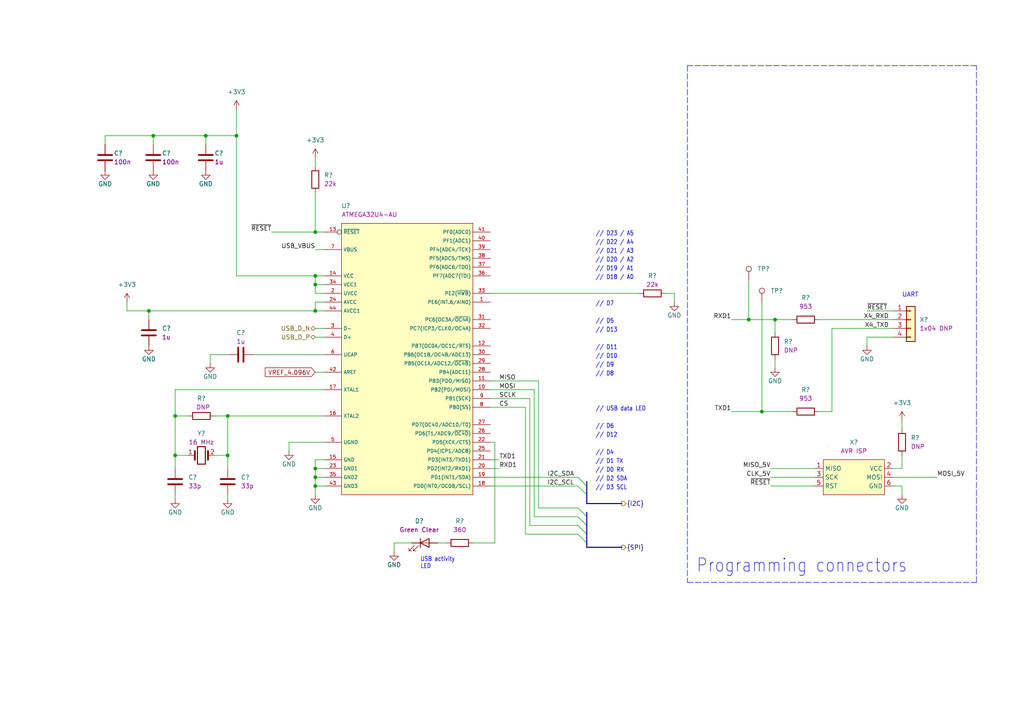
<source format=kicad_sch>
(kicad_sch (version 20211123) (generator eeschema)
  (paper "A4")
  (title_block (title "Gear Display Board") (date "2022-08-07") (rev "1.0") (company "Kallio Designs Oy") (comment 1 "Teemu Latonen") (comment 2 "ASSEMBLY_PN") (comment 3 "PCB_PN"))
  (lib_symbols
    (symbol "KD_Capacitor:C_0603_100n_X7R_50V" (pin_numbers hide) (pin_names hide)
      (property "Reference" "C" (at 2.54 1.27 0))
      (property "Code" "100n" (at 2.54 -1.27 0))
      (symbol "C_0603_100n_X7R_50V_0_1"
        (polyline (pts (xy -2.032 -0.762) (xy 2.032 -0.762)) (stroke (width 0.508)))
        (polyline (pts (xy -2.032 0.762) (xy 2.032 0.762)) (stroke (width 0.508)))
      )
      (symbol "C_0603_100n_X7R_50V_1_1"
        (pin passive line (at 0 3.81 270) (length 2.794) (name "~") (number "1"))
        (pin passive line (at 0 -3.81 90) (length 2.794) (name "~") (number "2"))
      )
    )
    (symbol "KD_Capacitor:C_0603_33p_NP0_5%_100V" (pin_numbers hide) (pin_names hide)
      (property "Reference" "C" (at 2.54 1.27 0))
      (property "Code" "33p" (at 2.54 -1.27 0))
      (symbol "C_0603_33p_NP0_5%_100V_0_1"
        (polyline (pts (xy -2.032 -0.762) (xy 2.032 -0.762)) (stroke (width 0.508)))
        (polyline (pts (xy -2.032 0.762) (xy 2.032 0.762)) (stroke (width 0.508)))
      )
      (symbol "C_0603_33p_NP0_5%_100V_1_1"
        (pin passive line (at 0 3.81 270) (length 2.794) (name "~") (number "1"))
        (pin passive line (at 0 -3.81 90) (length 2.794) (name "~") (number "2"))
      )
    )
    (symbol "KD_Capacitor:C_0805_1u_X7R_25V" (pin_numbers hide) (pin_names hide)
      (property "Reference" "C" (at 2.54 1.27 0))
      (property "Code" "1u" (at 2.54 -1.27 0))
      (symbol "C_0805_1u_X7R_25V_0_1"
        (polyline (pts (xy -2.032 -0.762) (xy 2.032 -0.762)) (stroke (width 0.508)))
        (polyline (pts (xy -2.032 0.762) (xy 2.032 0.762)) (stroke (width 0.508)))
      )
      (symbol "C_0805_1u_X7R_25V_1_1"
        (pin passive line (at 0 3.81 270) (length 2.794) (name "~") (number "1"))
        (pin passive line (at 0 -3.81 90) (length 2.794) (name "~") (number "2"))
      )
    )
    (symbol "KD_Connector_Pads:CON_1x04_TH_staggered" (pin_names hide)
      (property "Reference" "J" (at 5.08 2.54 0))
      (property "Code" "1x04 DNP" (at 5.08 4.572 0))
      (symbol "CON_1x04_TH_staggered_1_1"
        (rectangle (start 3.81 -7.493) (end 5.08 -7.747) (stroke (width 0.1524)))
        (rectangle (start 3.81 -4.953) (end 5.08 -5.207) (stroke (width 0.1524)))
        (rectangle (start 3.81 -2.413) (end 5.08 -2.667) (stroke (width 0.1524)))
        (rectangle (start 3.81 0.127) (end 5.08 -0.127) (stroke (width 0.1524)))
        (rectangle (start 3.81 1.27) (end 6.35 -8.89) (stroke (width 0.254)) (fill (type background)))
        (pin passive line (at 0 0 0) (length 3.81) (name "Pin_1") (number "1"))
        (pin passive line (at 0 -2.54 0) (length 3.81) (name "Pin_2") (number "2"))
        (pin passive line (at 0 -5.08 0) (length 3.81) (name "Pin_3") (number "3"))
        (pin passive line (at 0 -7.62 0) (length 3.81) (name "Pin_4") (number "4"))
      )
    )
    (symbol "KD_Connector_Pads:TestPoint_2.5mm_Round" (pin_numbers hide) (pin_names hide)
      (property "Reference" "TP" (at 0 5.08 0))
      (symbol "TestPoint_2.5mm_Round_0_1"
        (circle (center 0 3.302) (radius 0.762))
      )
      (symbol "TestPoint_2.5mm_Round_1_1"
        (pin passive line (at 0 0 90) (length 2.54) (name "1") (number "1"))
      )
    )
    (symbol "KD_Connector_Special:Programming_AVR_ISP_Staggered_Holes"
      (property "Reference" "J" (at 2.54 6.35 0))
      (property "Code" "AVR ISP" (at 2.54 3.81 0))
      (symbol "Programming_AVR_ISP_Staggered_Holes_0_1"
        (rectangle (start 2.54 2.54) (end 20.32 -7.62) (fill (type background)))
        (rectangle (start 3.81 6.35) (end 3.81 6.35))
      )
      (symbol "Programming_AVR_ISP_Staggered_Holes_1_0"
        (pin input line (at 0 0 0) (length 2.54) (name "MISO") (number "1"))
        (pin input line (at 22.86 0 180) (length 2.54) (name "VCC") (number "2"))
        (pin output line (at 0 -2.54 0) (length 2.54) (name "SCK") (number "3"))
        (pin output line (at 22.86 -2.54 180) (length 2.54) (name "MOSI") (number "4"))
        (pin output line (at 0 -5.08 0) (length 2.54) (name "RST") (number "5"))
        (pin input line (at 22.86 -5.08 180) (length 2.54) (name "GND") (number "6"))
      )
    )
    (symbol "KD_IC_MCU:ATmega32U4-AU"
      (property "Reference" "U" (at 22.86 7.62 0))
      (property "Code" "ATMEGA32U4-AU" (at 17.78 5.08 0))
      (symbol "ATmega32U4-AU_0_1"
        (rectangle (start 5.08 2.54) (end 43.18 -76.2) (fill (type background)))
      )
      (symbol "ATmega32U4-AU_1_1"
        (pin bidirectional line (at 48.26 -20.32 180) (length 5.08) (name "PE6(INT.6/AIN0)") (number "1"))
        (pin bidirectional line (at 48.26 -45.72 180) (length 5.08) (name "PB2(PDI/MOSI)") (number "10"))
        (pin bidirectional line (at 48.26 -43.18 180) (length 5.08) (name "PB3(PDO/MISO)") (number "11"))
        (pin bidirectional line (at 48.26 -33.02 180) (length 5.08) (name "PB7(OC0A/OC1C/RTS)") (number "12"))
        (pin input inverted (at 0 0 0) (length 5.08) (name "~{RESET}") (number "13"))
        (pin power_in line (at 0 -12.7 0) (length 5.08) (name "VCC") (number "14"))
        (pin power_in line (at 0 -66.04 0) (length 5.08) (name "GND") (number "15"))
        (pin bidirectional line (at 0 -53.34 0) (length 5.08) (name "XTAL2") (number "16"))
        (pin bidirectional line (at 0 -45.72 0) (length 5.08) (name "XTAL1") (number "17"))
        (pin bidirectional line (at 48.26 -73.66 180) (length 5.08) (name "PD0(INT0/OC0B/SCL)") (number "18"))
        (pin bidirectional line (at 48.26 -71.12 180) (length 5.08) (name "PD1(INT1/SDA)") (number "19"))
        (pin power_in line (at 0 -17.78 0) (length 5.08) (name "UVCC") (number "2"))
        (pin bidirectional line (at 48.26 -68.58 180) (length 5.08) (name "PD2(INT2/RXD1)") (number "20"))
        (pin bidirectional line (at 48.26 -66.04 180) (length 5.08) (name "PD3(INT3/TXD1)") (number "21"))
        (pin bidirectional line (at 48.26 -60.96 180) (length 5.08) (name "PD5(XCK/CTS)") (number "22"))
        (pin power_in line (at 0 -68.58 0) (length 5.08) (name "GND1") (number "23"))
        (pin power_in line (at 0 -20.32 0) (length 5.08) (name "AVCC") (number "24"))
        (pin bidirectional line (at 48.26 -63.5 180) (length 5.08) (name "PD4(ICP1/ADC8)") (number "25"))
        (pin bidirectional line (at 48.26 -58.42 180) (length 5.08) (name "PD6(T1/ADC9/~{OC4D})") (number "26"))
        (pin bidirectional line (at 48.26 -55.88 180) (length 5.08) (name "PD7(OC4D/ADC10/T0)") (number "27"))
        (pin bidirectional line (at 48.26 -40.64 180) (length 5.08) (name "PB4(ADC11)") (number "28"))
        (pin bidirectional line (at 48.26 -38.1 180) (length 5.08) (name "PB5(OC1A/ADC12/~{OC4B})") (number "29"))
        (pin bidirectional line (at 0 -27.94 0) (length 5.08) (name "D-") (number "3"))
        (pin bidirectional line (at 48.26 -35.56 180) (length 5.08) (name "PB6(OC1B/OC4B/ADC13)") (number "30"))
        (pin bidirectional line (at 48.26 -25.4 180) (length 5.08) (name "PC6(OC3A/~{OC4A})") (number "31"))
        (pin bidirectional line (at 48.26 -27.94 180) (length 5.08) (name "PC7(ICP3/CLK0/OC4A)") (number "32"))
        (pin bidirectional line (at 48.26 -17.78 180) (length 5.08) (name "PE2(~{HWB})") (number "33"))
        (pin power_in line (at 0 -15.24 0) (length 5.08) (name "VCC1") (number "34"))
        (pin power_in line (at 0 -71.12 0) (length 5.08) (name "GND2") (number "35"))
        (pin bidirectional line (at 48.26 -12.7 180) (length 5.08) (name "PF7(ADC7(TDI)") (number "36"))
        (pin bidirectional line (at 48.26 -10.16 180) (length 5.08) (name "PF6(ADC6/TDO)") (number "37"))
        (pin bidirectional line (at 48.26 -7.62 180) (length 5.08) (name "PF5(ADC5/TMS)") (number "38"))
        (pin bidirectional line (at 48.26 -5.08 180) (length 5.08) (name "PF4(ADC4/TCK)") (number "39"))
        (pin bidirectional line (at 0 -30.48 0) (length 5.08) (name "D+") (number "4"))
        (pin tri_state line (at 48.26 -2.54 180) (length 5.08) (name "PF1(ADC1)") (number "40"))
        (pin tri_state line (at 48.26 0 180) (length 5.08) (name "PF0(ADC0)") (number "41"))
        (pin input line (at 0 -40.64 0) (length 5.08) (name "AREF") (number "42"))
        (pin power_in line (at 0 -73.66 0) (length 5.08) (name "GND3") (number "43"))
        (pin power_in line (at 0 -22.86 0) (length 5.08) (name "AVCC1") (number "44"))
        (pin power_in line (at 0 -60.96 0) (length 5.08) (name "UGND") (number "5"))
        (pin bidirectional line (at 0 -35.56 0) (length 5.08) (name "UCAP") (number "6"))
        (pin input line (at 0 -5.08 0) (length 5.08) (name "VBUS") (number "7"))
        (pin bidirectional line (at 48.26 -50.8 180) (length 5.08) (name "PB0(SS)") (number "8"))
        (pin bidirectional line (at 48.26 -48.26 180) (length 5.08) (name "PB1(SCK)") (number "9"))
      )
    )
    (symbol "KD_Led:0603_Green_Clear_LTST-C190KGKT" (pin_numbers hide) (pin_names hide)
      (property "Reference" "D" (at 0 2.54 0))
      (property "Code" "Green Clear" (at 0 -3.81 0))
      (symbol "0603_Green_Clear_LTST-C190KGKT_0_1"
        (polyline (pts (xy -1.27 -1.27) (xy -1.27 1.27)) (stroke (width 0.254)))
        (polyline (pts (xy -1.27 0) (xy 1.27 0)))
        (polyline (pts (xy 1.27 -1.27) (xy 1.27 1.27) (xy -1.27 0) (xy 1.27 -1.27)) (stroke (width 0.254)))
        (polyline (pts (xy -3.048 -0.762) (xy -4.572 -2.286) (xy -3.81 -2.286) (xy -4.572 -2.286) (xy -4.572 -1.524)))
        (polyline (pts (xy -1.778 -0.762) (xy -3.302 -2.286) (xy -2.54 -2.286) (xy -3.302 -2.286) (xy -3.302 -1.524)))
      )
      (symbol "0603_Green_Clear_LTST-C190KGKT_1_1"
        (pin passive line (at -3.81 0 0) (length 2.54) (name "K") (number "1"))
        (pin passive line (at 3.81 0 180) (length 2.54) (name "A") (number "2"))
      )
    )
    (symbol "KD_Oscillator:Crystal_16M_AS-16.000-18-SMD-TR" (pin_names hide)
      (property "Reference" "Y" (at -3.81 6.35 0))
      (property "Code" "16 MHz" (at -3.81 3.81 0))
      (symbol "Crystal_16M_AS-16.000-18-SMD-TR_0_1"
        (rectangle (start -1.143 2.54) (end 1.143 -2.54) (stroke (width 0.3048)))
        (polyline (pts (xy -2.54 0) (xy -1.905 0)))
        (polyline (pts (xy -1.905 -1.27) (xy -1.905 1.27)) (stroke (width 0.508)))
        (polyline (pts (xy 1.905 -1.27) (xy 1.905 1.27)) (stroke (width 0.508)))
        (polyline (pts (xy 2.54 0) (xy 1.905 0)))
      )
      (symbol "Crystal_16M_AS-16.000-18-SMD-TR_1_1"
        (pin passive line (at -3.81 0 0) (length 1.27) (name "1") (number "1"))
        (pin passive line (at 3.81 0 180) (length 1.27) (name "2") (number "2"))
      )
    )
    (symbol "KD_Resistor:R_0402_DNP" (pin_numbers hide) (pin_names hide)
      (property "Reference" "R" (at 1.905 1.27 0))
      (property "Code" "DNP" (at 1.905 -1.27 0))
      (symbol "R_0402_DNP_0_1"
        (rectangle (start -1.016 -2.54) (end 1.016 2.54) (stroke (width 0.254)))
      )
      (symbol "R_0402_DNP_1_1"
        (pin passive line (at 0 3.81 270) (length 1.27) (name "~") (number "1"))
        (pin passive line (at 0 -3.81 90) (length 1.27) (name "~") (number "2"))
      )
    )
    (symbol "KD_Resistor:R_0603_22k_1%" (pin_numbers hide) (pin_names hide)
      (property "Reference" "R" (at 1.905 1.27 0))
      (property "Code" "22k" (at 1.905 -1.27 0))
      (symbol "R_0603_22k_1%_0_1"
        (rectangle (start -1.016 -2.54) (end 1.016 2.54) (stroke (width 0.254)))
      )
      (symbol "R_0603_22k_1%_1_1"
        (pin passive line (at 0 3.81 270) (length 1.27) (name "~") (number "1"))
        (pin passive line (at 0 -3.81 90) (length 1.27) (name "~") (number "2"))
      )
    )
    (symbol "KD_Resistor:R_0603_360_1%" (pin_numbers hide) (pin_names hide)
      (property "Reference" "R" (at 1.905 1.27 0))
      (property "Code" "360" (at 1.905 -1.27 0))
      (symbol "R_0603_360_1%_0_1"
        (rectangle (start -1.016 -2.54) (end 1.016 2.54) (stroke (width 0.254)))
      )
      (symbol "R_0603_360_1%_1_1"
        (pin passive line (at 0 3.81 270) (length 1.27) (name "~") (number "1"))
        (pin passive line (at 0 -3.81 90) (length 1.27) (name "~") (number "2"))
      )
    )
    (symbol "KD_Resistor:R_0603_953_1%" (pin_numbers hide) (pin_names hide)
      (property "Reference" "R" (at 1.905 1.27 0))
      (property "Code" "953" (at 1.905 -1.27 0))
      (symbol "R_0603_953_1%_0_1"
        (rectangle (start -1.016 -2.54) (end 1.016 2.54) (stroke (width 0.254)))
      )
      (symbol "R_0603_953_1%_1_1"
        (pin passive line (at 0 3.81 270) (length 1.27) (name "~") (number "1"))
        (pin passive line (at 0 -3.81 90) (length 1.27) (name "~") (number "2"))
      )
    )
    (symbol "KD_Resistor:R_0603_DNP" (pin_numbers hide) (pin_names hide)
      (property "Reference" "R" (at 1.905 1.27 0))
      (property "Code" "DNP" (at 1.905 -1.27 0))
      (symbol "R_0603_DNP_0_1"
        (rectangle (start -1.016 -2.54) (end 1.016 2.54) (stroke (width 0.254)))
      )
      (symbol "R_0603_DNP_1_1"
        (pin passive line (at 0 3.81 270) (length 1.27) (name "~") (number "1"))
        (pin passive line (at 0 -3.81 90) (length 1.27) (name "~") (number "2"))
      )
    )
    (symbol "KD_Resistor:R_0805_DNP" (pin_numbers hide) (pin_names hide)
      (property "Reference" "R" (at 1.905 1.27 0))
      (property "Code" "DNP" (at 1.905 -1.27 0))
      (symbol "R_0805_DNP_0_1"
        (rectangle (start -1.016 -2.54) (end 1.016 2.54) (stroke (width 0.254)))
      )
      (symbol "R_0805_DNP_1_1"
        (pin passive line (at 0 3.81 270) (length 1.27) (name "~") (number "1"))
        (pin passive line (at 0 -3.81 90) (length 1.27) (name "~") (number "2"))
      )
    )
    (symbol "power:+3.3V" (power) (pin_names (offset 0))
      (property "Value" "+3.3V" (at 0 3.556 0))
      (symbol "+3.3V_0_1"
        (polyline (pts (xy -0.762 1.27) (xy 0 2.54)))
        (polyline (pts (xy 0 0) (xy 0 2.54)))
        (polyline (pts (xy 0 2.54) (xy 0.762 1.27)))
      )
      (symbol "+3.3V_1_1"
        (pin power_in line (at 0 0 90) (length 0) hide (name "+3V3") (number "1"))
      )
    )
    (symbol "power:GND" (power) (pin_names (offset 0))
      (property "Value" "GND" (at 0 -3.81 0))
      (symbol "GND_0_1"
        (polyline (pts (xy 0 0) (xy 0 -1.27) (xy 1.27 -1.27) (xy 0 -2.54) (xy -1.27 -1.27) (xy 0 -1.27)))
      )
      (symbol "GND_1_1"
        (pin power_in line (at 0 0 270) (length 0) hide (name "GND") (number "1"))
      )
    )
  )
  (junction (at 91.44 135.89))
  (junction (at 91.44 90.17))
  (junction (at 66.04 120.65))
  (junction (at 91.44 80.01))
  (junction (at 224.79 92.71))
  (junction (at 91.44 82.55))
  (junction (at 50.8 120.65))
  (junction (at 91.44 140.97))
  (junction (at 91.44 138.43))
  (junction (at 44.45 39.37))
  (junction (at 91.44 67.31))
  (junction (at 68.58 39.37))
  (junction (at 43.18 90.17))
  (junction (at 220.98 119.38))
  (junction (at 50.8 132.08))
  (junction (at 217.17 92.71))
  (junction (at 59.69 39.37))
  (junction (at 66.04 132.08))
  (bus_entry (at 167.64 152.4) (size 2.54 2.54))
  (bus_entry (at 167.64 154.94) (size 2.54 2.54))
  (bus_entry (at 167.64 149.86) (size 2.54 2.54))
  (bus_entry (at 167.64 147.32) (size 2.54 2.54))
  (bus_entry (at 167.64 140.97) (size 2.54 2.54))
  (bus_entry (at 167.64 138.43) (size 2.54 2.54))
  (wire (pts (xy 220.98 119.38) (xy 212.09 119.38)))
  (polyline (pts (xy 283.21 168.91) (xy 283.21 19.05)))
  (bus (pts (xy 170.18 152.4) (xy 170.18 154.94)))
  (bus (pts (xy 170.18 154.94) (xy 170.18 157.48)))
  (wire (pts (xy 93.98 128.27) (xy 83.82 128.27)))
  (wire (pts (xy 220.98 87.63) (xy 220.98 119.38)))
  (bus (pts (xy 170.18 157.48) (xy 170.18 158.75)))
  (wire (pts (xy 91.44 82.55) (xy 91.44 80.01)))
  (wire (pts (xy 261.62 140.97) (xy 261.62 143.51)))
  (wire (pts (xy 91.44 85.09) (xy 91.44 82.55)))
  (wire (pts (xy 50.8 132.08) (xy 50.8 135.89)))
  (wire (pts (xy 93.98 133.35) (xy 91.44 133.35)))
  (bus (pts (xy 170.18 143.51) (xy 170.18 146.05)))
  (wire (pts (xy 142.24 115.57) (xy 153.67 115.57)))
  (wire (pts (xy 44.45 39.37) (xy 59.69 39.37)))
  (wire (pts (xy 142.24 118.11) (xy 152.4 118.11)))
  (wire (pts (xy 142.24 110.49) (xy 156.21 110.49)))
  (wire (pts (xy 154.94 149.86) (xy 167.64 149.86)))
  (wire (pts (xy 50.8 132.08) (xy 54.61 132.08)))
  (wire (pts (xy 142.24 138.43) (xy 167.64 138.43)))
  (bus (pts (xy 170.18 146.05) (xy 180.34 146.05)))
  (wire (pts (xy 220.98 119.38) (xy 229.87 119.38)))
  (wire (pts (xy 236.22 140.97) (xy 223.52 140.97)))
  (wire (pts (xy 261.62 121.92) (xy 261.62 124.46)))
  (wire (pts (xy 93.98 135.89) (xy 91.44 135.89)))
  (wire (pts (xy 91.44 67.31) (xy 91.44 55.88)))
  (polyline (pts (xy 199.39 168.91) (xy 283.21 168.91)))
  (wire (pts (xy 224.79 92.71) (xy 224.79 96.52)))
  (wire (pts (xy 223.52 138.43) (xy 236.22 138.43)))
  (wire (pts (xy 142.24 128.27) (xy 143.51 128.27)))
  (wire (pts (xy 50.8 143.51) (xy 50.8 144.78)))
  (wire (pts (xy 152.4 118.11) (xy 152.4 154.94)))
  (wire (pts (xy 193.04 85.09) (xy 195.58 85.09)))
  (wire (pts (xy 44.45 41.91) (xy 44.45 39.37)))
  (wire (pts (xy 91.44 87.63) (xy 91.44 90.17)))
  (wire (pts (xy 119.38 157.48) (xy 114.3 157.48)))
  (wire (pts (xy 241.3 119.38) (xy 241.3 95.25)))
  (wire (pts (xy 73.66 102.87) (xy 93.98 102.87)))
  (wire (pts (xy 68.58 39.37) (xy 68.58 31.75)))
  (wire (pts (xy 241.3 95.25) (xy 259.08 95.25)))
  (wire (pts (xy 224.79 104.14) (xy 224.79 106.68)))
  (wire (pts (xy 114.3 157.48) (xy 114.3 160.02)))
  (wire (pts (xy 43.18 90.17) (xy 43.18 92.71)))
  (wire (pts (xy 66.04 143.51) (xy 66.04 144.78)))
  (wire (pts (xy 153.67 152.4) (xy 153.67 115.57)))
  (wire (pts (xy 91.44 138.43) (xy 91.44 140.97)))
  (wire (pts (xy 62.23 132.08) (xy 66.04 132.08)))
  (wire (pts (xy 93.98 113.03) (xy 50.8 113.03)))
  (wire (pts (xy 66.04 120.65) (xy 93.98 120.65)))
  (wire (pts (xy 91.44 133.35) (xy 91.44 135.89)))
  (wire (pts (xy 251.46 97.79) (xy 251.46 100.33)))
  (wire (pts (xy 93.98 140.97) (xy 91.44 140.97)))
  (polyline (pts (xy 283.21 19.05) (xy 199.39 19.05)))
  (wire (pts (xy 59.69 39.37) (xy 68.58 39.37)))
  (wire (pts (xy 93.98 87.63) (xy 91.44 87.63)))
  (wire (pts (xy 91.44 135.89) (xy 91.44 138.43)))
  (wire (pts (xy 30.48 39.37) (xy 30.48 41.91)))
  (wire (pts (xy 212.09 92.71) (xy 217.17 92.71)))
  (wire (pts (xy 143.51 128.27) (xy 143.51 157.48)))
  (bus (pts (xy 170.18 158.75) (xy 180.34 158.75)))
  (wire (pts (xy 36.83 90.17) (xy 43.18 90.17)))
  (wire (pts (xy 223.52 135.89) (xy 236.22 135.89)))
  (wire (pts (xy 91.44 45.72) (xy 91.44 48.26)))
  (wire (pts (xy 78.74 67.31) (xy 91.44 67.31)))
  (wire (pts (xy 44.45 39.37) (xy 30.48 39.37)))
  (wire (pts (xy 237.49 92.71) (xy 259.08 92.71)))
  (wire (pts (xy 91.44 140.97) (xy 91.44 143.51)))
  (wire (pts (xy 127 157.48) (xy 129.54 157.48)))
  (wire (pts (xy 68.58 39.37) (xy 68.58 80.01)))
  (wire (pts (xy 93.98 85.09) (xy 91.44 85.09)))
  (wire (pts (xy 60.96 102.87) (xy 60.96 105.41)))
  (wire (pts (xy 93.98 82.55) (xy 91.44 82.55)))
  (wire (pts (xy 60.96 102.87) (xy 66.04 102.87)))
  (wire (pts (xy 93.98 72.39) (xy 91.44 72.39)))
  (wire (pts (xy 167.64 152.4) (xy 153.67 152.4)))
  (wire (pts (xy 66.04 120.65) (xy 62.23 120.65)))
  (bus (pts (xy 170.18 140.97) (xy 170.18 143.51)))
  (wire (pts (xy 50.8 113.03) (xy 50.8 120.65)))
  (wire (pts (xy 217.17 92.71) (xy 224.79 92.71)))
  (wire (pts (xy 156.21 147.32) (xy 156.21 110.49)))
  (wire (pts (xy 142.24 135.89) (xy 144.78 135.89)))
  (wire (pts (xy 259.08 97.79) (xy 251.46 97.79)))
  (wire (pts (xy 93.98 95.25) (xy 91.44 95.25)))
  (wire (pts (xy 154.94 113.03) (xy 154.94 149.86)))
  (wire (pts (xy 68.58 80.01) (xy 91.44 80.01)))
  (wire (pts (xy 83.82 128.27) (xy 83.82 130.81)))
  (wire (pts (xy 43.18 90.17) (xy 91.44 90.17)))
  (wire (pts (xy 261.62 135.89) (xy 261.62 132.08)))
  (wire (pts (xy 259.08 138.43) (xy 271.78 138.43)))
  (wire (pts (xy 93.98 138.43) (xy 91.44 138.43)))
  (bus (pts (xy 170.18 139.7) (xy 170.18 140.97)))
  (wire (pts (xy 195.58 85.09) (xy 195.58 87.63)))
  (wire (pts (xy 36.83 90.17) (xy 36.83 87.63)))
  (wire (pts (xy 50.8 120.65) (xy 50.8 132.08)))
  (wire (pts (xy 152.4 154.94) (xy 167.64 154.94)))
  (wire (pts (xy 66.04 132.08) (xy 66.04 135.89)))
  (wire (pts (xy 93.98 67.31) (xy 91.44 67.31)))
  (wire (pts (xy 259.08 90.17) (xy 251.46 90.17)))
  (bus (pts (xy 170.18 148.59) (xy 170.18 149.86)))
  (wire (pts (xy 59.69 41.91) (xy 59.69 39.37)))
  (wire (pts (xy 137.16 157.48) (xy 143.51 157.48)))
  (wire (pts (xy 142.24 113.03) (xy 154.94 113.03)))
  (wire (pts (xy 54.61 120.65) (xy 50.8 120.65)))
  (polyline (pts (xy 199.39 19.05) (xy 199.39 168.91)))
  (wire (pts (xy 142.24 133.35) (xy 144.78 133.35)))
  (wire (pts (xy 259.08 140.97) (xy 261.62 140.97)))
  (wire (pts (xy 93.98 107.95) (xy 91.44 107.95)))
  (wire (pts (xy 93.98 97.79) (xy 91.44 97.79)))
  (bus (pts (xy 170.18 149.86) (xy 170.18 152.4)))
  (wire (pts (xy 259.08 135.89) (xy 261.62 135.89)))
  (wire (pts (xy 66.04 120.65) (xy 66.04 132.08)))
  (wire (pts (xy 93.98 80.01) (xy 91.44 80.01)))
  (wire (pts (xy 142.24 140.97) (xy 167.64 140.97)))
  (wire (pts (xy 167.64 147.32) (xy 156.21 147.32)))
  (wire (pts (xy 185.42 85.09) (xy 142.24 85.09)))
  (wire (pts (xy 91.44 90.17) (xy 93.98 90.17)))
  (wire (pts (xy 237.49 119.38) (xy 241.3 119.38)))
  (wire (pts (xy 217.17 81.28) (xy 217.17 92.71)))
  (wire (pts (xy 224.79 92.71) (xy 229.87 92.71)))
  (text "// D23 / A5" (at 172.72 68.58 180) (effects (font (size 1.27 1.0795)) (justify left bottom)))
  (text "// D12" (at 172.72 127 180) (effects (font (size 1.27 1.0795)) (justify left bottom)))
  (text "// D6" (at 172.72 124.46 180) (effects (font (size 1.27 1.0795)) (justify left bottom)))
  (text "// D13" (at 172.72 96.52 180) (effects (font (size 1.27 1.0795)) (justify left bottom)))
  (text "Programming connectors" (at 201.93 166.37 180) (effects (font (size 3.81 3.2385)) (justify left bottom)))
  (text "// D22 / A4" (at 172.72 71.12 180) (effects (font (size 1.27 1.0795)) (justify left bottom)))
  (text "// D4" (at 172.72 132.08 180) (effects (font (size 1.27 1.0795)) (justify left bottom)))
  (text "// USB data LED" (at 172.72 119.38 180) (effects (font (size 1.27 1.0795)) (justify left bottom)))
  (text "// D3 SCL" (at 172.72 142.24 180) (effects (font (size 1.27 1.0795)) (justify left bottom)))
  (text "// D10" (at 172.72 104.14 180) (effects (font (size 1.27 1.0795)) (justify left bottom)))
  (text "// D19 / A1" (at 172.72 78.74 180) (effects (font (size 1.27 1.0795)) (justify left bottom)))
  (text "// D2 SDA" (at 172.72 139.7 180) (effects (font (size 1.27 1.0795)) (justify left bottom)))
  (text "// D11" (at 172.72 101.6 180) (effects (font (size 1.27 1.0795)) (justify left bottom)))
  (text "USB activity\nLED" (at 121.92 165.1 0) (effects (font (size 1.27 1.0795)) (justify left bottom)))
  (text "// D0 RX" (at 172.72 137.16 180) (effects (font (size 1.27 1.0795)) (justify left bottom)))
  (text "// D18 / A0" (at 172.72 81.28 180) (effects (font (size 1.27 1.0795)) (justify left bottom)))
  (text "// D7" (at 172.72 88.9 180) (effects (font (size 1.27 1.0795)) (justify left bottom)))
  (text "// D21 / A3" (at 172.72 73.66 180) (effects (font (size 1.27 1.0795)) (justify left bottom)))
  (text "// D5" (at 172.72 93.98 180) (effects (font (size 1.27 1.0795)) (justify left bottom)))
  (text "UART" (at 261.62 86.36 0) (effects (font (size 1.27 1.27)) (justify left bottom)))
  (text "// D9" (at 172.72 106.68 180) (effects (font (size 1.27 1.0795)) (justify left bottom)))
  (text "// D8" (at 172.72 109.22 180) (effects (font (size 1.27 1.0795)) (justify left bottom)))
  (text "// D1 TX" (at 172.72 134.62 180) (effects (font (size 1.27 1.0795)) (justify left bottom)))
  (text "// D20 / A2" (at 172.72 76.2 180) (effects (font (size 1.27 1.0795)) (justify left bottom)))
  (label "X4_RXD" (at 257.81 92.71 180))
  (label "I2C_SCL" (at 158.75 140.97 0))
  (label "MOSI_5V" (at 271.78 138.43 0))
  (label "CS" (at 144.78 118.11 0))
  (label "RXD1" (at 144.78 135.89 0))
  (label "MISO_5V" (at 223.52 135.89 180))
  (label "MISO" (at 144.78 110.49 0))
  (label "SCLK" (at 144.78 115.57 0))
  (label "~{RESET}" (at 251.46 90.17 0))
  (label "RXD1" (at 212.09 92.71 180))
  (label "I2C_SDA" (at 158.75 138.43 0))
  (label "TXD1" (at 212.09 119.38 180))
  (label "~{RESET}" (at 223.52 140.97 180))
  (label "USB_VBUS" (at 91.44 72.39 180))
  (label "~{RESET}" (at 78.74 67.31 180))
  (label "TXD1" (at 144.78 133.35 0))
  (label "CLK_5V" (at 223.52 138.43 180))
  (label "X4_TXD" (at 257.81 95.25 180))
  (label "MOSI" (at 144.78 113.03 0))
  (global_label "VREF_4.096V" (shape input) (at 91.44 107.95 180) (property "Intersheet References" "${INTERSHEET_REFS}" (effects hide)))
  (hierarchical_label "USB_D_N" (shape bidirectional) (at 91.44 95.25 180))
  (hierarchical_label "USB_D_P" (shape bidirectional) (at 91.44 97.79 180))
  (hierarchical_label "{SPI}" (shape output) (at 180.34 158.75 0))
  (hierarchical_label "{I2C}" (shape output) (at 180.34 146.05 0))
  (symbol (lib_id "KD_Capacitor:C_0603_33p_NP0_5%_100V") (at 66.04 139.7 0) (unit 1)
    (property "Reference" "C?" (at 69.85 138.4299 0) (effects (justify left)))
    (property "Value" "C_0603_33p_NP0_5%_100V" (effects hide))
    (property "Footprint" "KD_Capacitor:C_0603_1608Metric" (effects hide))
    (property "Datasheet" "http://www.passivecomponent.com/wp-content/uploads/datasheet/WTC_MLCC_General_Purpose.pdf" (effects hide))
    (property "Code" "33p" (at 69.85 140.9699 0) (effects (justify left)))
    (property "Manufacturer" "KEMET" (effects hide))
    (property "MFG_PartNo" "C0603C330J1GAC7867" (effects hide))
    (property "Supplier" "Digi-Key" (effects hide))
    (property "Supplier_PartNo" "399-C0603C330J1GAC7867CT-ND" (effects hide))
    (property "DNP" "F" (effects hide))
    (property "Price" "0.05" (effects hide))
  )
  (symbol (lib_id "KD_Resistor:R_0603_DNP") (at 224.79 100.33 180) (unit 1)
    (property "Reference" "R?" (at 227.33 99.0599 0) (effects (justify right)))
    (property "Value" "R_0603_DNP" (effects hide))
    (property "Footprint" "KD_Resistor:R_0603_1608Metric_DNP" (effects hide))
    (property "Code" "DNP" (at 227.33 101.5999 0) (effects (justify right)))
    (property "Manufacturer" "DNP" (effects hide))
    (property "MFG_PartNo" "DNP" (effects hide))
    (property "Supplier" "DNP" (effects hide))
    (property "Supplier_PartNo" "DNP" (effects hide))
    (property "DNP" "T" (effects hide))
    (property "Price" "0.00" (effects hide))
  )
  (symbol (lib_id "power:GND") (at 261.62 143.51 0) (unit 1)
    (property "Reference" "#PWR?" (effects hide))
    (property "Value" "GND" (at 261.62 147.32 0))
  )
  (symbol (lib_id "KD_Connector_Pads:TestPoint_2.5mm_Round") (at 217.17 81.28 0) (unit 1)
    (property "Reference" "TP?" (at 219.71 77.9779 0) (effects (justify left)))
    (property "Value" "TestPoint_2.5mm_Round" (effects hide))
    (property "Footprint" "KD_Connector_Pads:TestPoint_Pad_D2.5mm" (effects hide))
    (property "Datasheet" "DNP" (effects hide))
    (property "Code" "DNP" (effects hide))
    (property "Manufacturer" "DNP" (effects hide))
    (property "MFG_PartNo" "DNP" (effects hide))
    (property "Supplier" "DNP" (effects hide))
    (property "Supplier_PartNo" "DNP" (effects hide))
    (property "DNP" "T" (effects hide))
    (property "Price" "0.00" (effects hide))
  )
  (symbol (lib_id "KD_Resistor:R_0805_DNP") (at 58.42 120.65 90) (unit 1)
    (property "Reference" "R?" (at 58.42 115.57 90))
    (property "Value" "R_0805_DNP" (effects hide))
    (property "Footprint" "KD_Resistor:R_0805_2012Metric_DNP" (effects hide))
    (property "Code" "DNP" (at 60.96 118.11 90) (effects (justify left)))
    (property "Manufacturer" "DNP" (effects hide))
    (property "MFG_PartNo" "DNP" (effects hide))
    (property "Supplier" "DNP" (effects hide))
    (property "Supplier_PartNo" "DNP" (effects hide))
    (property "DNP" "T" (effects hide))
    (property "Price" "0.00" (effects hide))
  )
  (symbol (lib_id "power:+3.3V") (at 91.44 45.72 0) (unit 1)
    (property "Reference" "#PWR?" (effects hide))
    (property "Value" "+3.3V" (at 91.44 40.64 0))
  )
  (symbol (lib_id "power:GND") (at 60.96 105.41 0) (unit 1)
    (property "Reference" "#PWR?" (effects hide))
    (property "Value" "GND" (at 60.96 109.22 0))
  )
  (symbol (lib_id "power:GND") (at 66.04 144.78 0) (unit 1)
    (property "Reference" "#PWR?" (effects hide))
    (property "Value" "GND" (at 66.04 148.59 0))
  )
  (symbol (lib_id "KD_Capacitor:C_0805_1u_X7R_25V") (at 59.69 45.72 0) (unit 1)
    (property "Reference" "C?" (at 62.23 44.45 0) (effects (justify left)))
    (property "Value" "C_0805_1u_X7R_25V" (effects hide))
    (property "Footprint" "KD_Capacitor:C_0805_2012Metric" (effects hide))
    (property "Datasheet" "https://api.kemet.com/component-edge/download/datasheet/CBR08C279B5GAC.pdf" (effects hide))
    (property "Code" "1u" (at 62.23 46.99 0) (effects (justify left)))
    (property "Manufacturer" "Kemet" (effects hide))
    (property "MFG_PartNo" "CL21B105KAFNNNE" (effects hide))
    (property "Supplier" "Digi-Key" (effects hide))
    (property "Supplier_PartNo" "1276-1066-1-ND" (effects hide))
    (property "DNP" "F" (effects hide))
    (property "Price" "0.03" (effects hide))
  )
  (symbol (lib_id "power:GND") (at 251.46 100.33 0) (unit 1)
    (property "Reference" "#PWR?" (effects hide))
    (property "Value" "GND" (at 251.46 104.14 0))
  )
  (symbol (lib_id "KD_Resistor:R_0603_953_1%") (at 233.68 119.38 90) (unit 1)
    (property "Reference" "R?" (at 233.68 113.03 90))
    (property "Value" "R_0603_953_1%" (effects hide))
    (property "Footprint" "KD_Resistor:R_0603_1608Metric" (effects hide))
    (property "Datasheet" "https://www.seielect.com/catalog/sei-rmcf_rmcp.pdf" (effects hide))
    (property "Code" "953" (at 233.68 115.57 90))
    (property "Manufacturer" "Stackpole Electronics Inc" (effects hide))
    (property "MFG_PartNo" "RMCF0603FT953R" (effects hide))
    (property "Supplier" "Digi-Key" (effects hide))
    (property "Supplier_PartNo" "RMCF0603FT953RCT-ND" (effects hide))
    (property "DNP" "F" (effects hide))
    (property "Price" "0.01" (effects hide))
  )
  (symbol (lib_id "power:GND") (at 30.48 49.53 0) (mirror y) (unit 1)
    (property "Reference" "#PWR?" (effects hide))
    (property "Value" "GND" (at 30.48 53.34 0))
  )
  (symbol (lib_id "KD_Oscillator:Crystal_16M_AS-16.000-18-SMD-TR") (at 58.42 132.08 0) (unit 1)
    (property "Reference" "Y?" (at 58.42 125.73 0))
    (property "Value" "Crystal_16M_AS-16.000-18-SMD-TR" (effects hide))
    (property "Footprint" "KD_Oscillator:OSC_CRYSTAL_HC49_US_N" (effects hide))
    (property "Datasheet" "https://www.raltron.com/webproducts/specs/CRYSTAL/AS-16.000-18-SMD-TR.pdf" (effects hide))
    (property "Code" "16 MHz" (at 58.42 128.27 0))
    (property "Manufacturer" "Raltron Electronics" (effects hide))
    (property "MFG_PartNo" "AS-16.000-18-SMD-TR" (effects hide))
    (property "Supplier" "Digi-Key" (effects hide))
    (property "Supplier_PartNo" "2151-AS-16.000-18-SMD-TRCT-ND" (effects hide))
    (property "DNP" "F" (effects hide))
    (property "Price" "0.00" (effects hide))
  )
  (symbol (lib_id "KD_Capacitor:C_0603_33p_NP0_5%_100V") (at 50.8 139.7 0) (unit 1)
    (property "Reference" "C?" (at 54.61 138.4299 0) (effects (justify left)))
    (property "Value" "C_0603_33p_NP0_5%_100V" (effects hide))
    (property "Footprint" "KD_Capacitor:C_0603_1608Metric" (effects hide))
    (property "Datasheet" "http://www.passivecomponent.com/wp-content/uploads/datasheet/WTC_MLCC_General_Purpose.pdf" (effects hide))
    (property "Code" "33p" (at 54.61 140.9699 0) (effects (justify left)))
    (property "Manufacturer" "KEMET" (effects hide))
    (property "MFG_PartNo" "C0603C330J1GAC7867" (effects hide))
    (property "Supplier" "Digi-Key" (effects hide))
    (property "Supplier_PartNo" "399-C0603C330J1GAC7867CT-ND" (effects hide))
    (property "DNP" "F" (effects hide))
    (property "Price" "0.05" (effects hide))
  )
  (symbol (lib_id "power:GND") (at 83.82 130.81 0) (unit 1)
    (property "Reference" "#PWR?" (effects hide))
    (property "Value" "GND" (at 83.82 134.62 0))
  )
  (symbol (lib_id "power:GND") (at 224.79 106.68 0) (unit 1)
    (property "Reference" "#PWR?" (effects hide))
    (property "Value" "GND" (at 224.79 110.49 0))
  )
  (symbol (lib_id "power:GND") (at 91.44 143.51 0) (unit 1)
    (property "Reference" "#PWR?" (effects hide))
    (property "Value" "GND" (at 91.44 147.32 0))
  )
  (symbol (lib_id "KD_Connector_Special:Programming_AVR_ISP_Staggered_Holes") (at 236.22 135.89 0) (unit 1)
    (property "Reference" "X?" (at 247.65 128.27 0))
    (property "Value" "Programming_AVR_ISP_Staggered_Holes" (effects hide))
    (property "Footprint" "KD_Connector_Pads:CON_PINHD_1X06_TH_OFFSET" (effects hide))
    (property "Datasheet" "datasheet" (effects hide))
    (property "Code" "AVR ISP" (at 247.65 130.81 0))
    (property "Manufacturer" "DNP" (effects hide))
    (property "MFG_PartNo" "DNP" (effects hide))
    (property "Supplier" "DNP" (effects hide))
    (property "Supplier_PartNo" "DNP" (effects hide))
    (property "DNP" "T" (effects hide))
    (property "Price" "0.00" (effects hide))
  )
  (symbol (lib_id "KD_Resistor:R_0603_22k_1%") (at 91.44 52.07 0) (unit 1)
    (property "Reference" "R?" (at 93.98 50.8 0) (effects (justify left)))
    (property "Value" "R_0603_22k_1%" (effects hide))
    (property "Footprint" "KD_Resistor:R_0603_1608Metric" (effects hide))
    (property "Datasheet" "https://www.yageo.com/upload/media/product/productsearch/datasheet/rchip/PYu-RC_Group_51_RoHS_L_11.pdf" (effects hide))
    (property "Code" "22k" (at 93.98 53.34 0) (effects (justify left)))
    (property "Manufacturer" "YAGEO" (effects hide))
    (property "MFG_PartNo" "311-22.0KHRCT-ND" (effects hide))
    (property "Supplier" "Digi-Key" (effects hide))
    (property "Supplier_PartNo" "311-22.0KHRCT-ND" (effects hide))
    (property "DNP" "F" (effects hide))
    (property "Price" "0.01" (effects hide))
  )
  (symbol (lib_id "KD_Resistor:R_0402_DNP") (at 261.62 128.27 0) (unit 1)
    (property "Reference" "R?" (at 264.16 127 0) (effects (justify left)))
    (property "Value" "R_0402_DNP" (effects hide))
    (property "Footprint" "KD_Resistor:R_0402_1005Metric_DNP" (effects hide))
    (property "Code" "DNP" (at 264.16 129.54 0) (effects (justify left)))
    (property "Manufacturer" "DNP" (effects hide))
    (property "MFG_PartNo" "DNP" (effects hide))
    (property "Supplier" "DNP" (effects hide))
    (property "Supplier_PartNo" "DNP" (effects hide))
    (property "DNP" "T" (effects hide))
    (property "Price" "0.00" (effects hide))
  )
  (symbol (lib_id "KD_Resistor:R_0603_360_1%") (at 133.35 157.48 90) (unit 1)
    (property "Reference" "R?" (at 133.35 151.13 90))
    (property "Value" "R_0603_360_1%" (effects hide))
    (property "Footprint" "KD_Resistor:R_0603_1608Metric" (effects hide))
    (property "Datasheet" "https://www.yageo.com/upload/media/product/productsearch/datasheet/rchip/PYu-RT_1-to-0.01_RoHS_L_12.pdf" (effects hide))
    (property "Code" "360" (at 133.35 153.67 90))
    (property "Manufacturer" "YAGEO" (effects hide))
    (property "MFG_PartNo" "RT0603FRE07360RL" (effects hide))
    (property "Supplier" "Digi-Key" (effects hide))
    (property "Supplier_PartNo" "13-RT0603FRE07360RLCT-ND" (effects hide))
    (property "DNP" "F" (effects hide))
    (property "Price" "0.02" (effects hide))
  )
  (symbol (lib_id "power:GND") (at 44.45 49.53 0) (mirror y) (unit 1)
    (property "Reference" "#PWR?" (effects hide))
    (property "Value" "GND" (at 44.45 53.34 0))
  )
  (symbol (lib_id "power:+3.3V") (at 36.83 87.63 0) (unit 1)
    (property "Reference" "#PWR?" (effects hide))
    (property "Value" "+3.3V" (at 36.83 82.55 0))
  )
  (symbol (lib_id "KD_Capacitor:C_0805_1u_X7R_25V") (at 43.18 96.52 180) (unit 1)
    (property "Reference" "C?" (at 46.99 95.25 0) (effects (justify right)))
    (property "Value" "C_0805_1u_X7R_25V" (effects hide))
    (property "Footprint" "KD_Capacitor:C_0805_2012Metric" (effects hide))
    (property "Datasheet" "https://api.kemet.com/component-edge/download/datasheet/CBR08C279B5GAC.pdf" (effects hide))
    (property "Code" "1u" (at 49.53 97.79 0) (effects (justify left)))
    (property "Manufacturer" "Kemet" (effects hide))
    (property "MFG_PartNo" "CL21B105KAFNNNE" (effects hide))
    (property "Supplier" "Digi-Key" (effects hide))
    (property "Supplier_PartNo" "1276-1066-1-ND" (effects hide))
    (property "DNP" "F" (effects hide))
    (property "Price" "0.03" (effects hide))
  )
  (symbol (lib_id "KD_Resistor:R_0603_953_1%") (at 233.68 92.71 90) (unit 1)
    (property "Reference" "R?" (at 233.68 86.36 90))
    (property "Value" "R_0603_953_1%" (effects hide))
    (property "Footprint" "KD_Resistor:R_0603_1608Metric" (effects hide))
    (property "Datasheet" "https://www.seielect.com/catalog/sei-rmcf_rmcp.pdf" (effects hide))
    (property "Code" "953" (at 233.68 88.9 90))
    (property "Manufacturer" "Stackpole Electronics Inc" (effects hide))
    (property "MFG_PartNo" "RMCF0603FT953R" (effects hide))
    (property "Supplier" "Digi-Key" (effects hide))
    (property "Supplier_PartNo" "RMCF0603FT953RCT-ND" (effects hide))
    (property "DNP" "F" (effects hide))
    (property "Price" "0.01" (effects hide))
  )
  (symbol (lib_id "KD_IC_MCU:ATmega32U4-AU") (at 93.98 67.31 0) (unit 1)
    (property "Reference" "U?" (at 100.33 59.69 0))
    (property "Value" "ATmega32U4-AU" (effects hide))
    (property "Footprint" "KD_Package_QFP:QFP80P1200X1200X120-44R_N" (effects hide))
    (property "Datasheet" "http://ww1.microchip.com/downloads/en/DeviceDoc/Atmel-7766-8-bit-AVR-ATmega16U4-32U4_Summary.pdf" (effects hide))
    (property "Code" "ATMEGA32U4-AU" (at 99.06 62.23 0) (effects (justify left)))
    (property "Manufacturer" "Microchip Technology" (effects hide))
    (property "MFG_PartNo" "ATMEGA32U4-AU" (effects hide))
    (property "Supplier" "Digi-Key" (effects hide))
    (property "Supplier_PartNo" "ATMEGA32U4-AU-ND" (effects hide))
    (property "DNP" "F" (effects hide))
    (property "Price" "5.3" (effects hide))
  )
  (symbol (lib_id "KD_Connector_Pads:CON_1x04_TH_staggered") (at 259.08 90.17 0) (unit 1)
    (property "Reference" "X?" (at 266.7 92.7099 0) (effects (justify left)))
    (property "Value" "CON_1x04_TH_staggered" (effects hide))
    (property "Footprint" "KD_Connector_Pads:CON_PINHD_1X04_TH_OFFSET" (effects hide))
    (property "Code" "1x04 DNP" (at 266.7 95.2499 0) (effects (justify left)))
    (property "Manufacturer" "DNP" (effects hide))
    (property "MFG_PartNo" "DNP" (effects hide))
    (property "Supplier" "DNP" (effects hide))
    (property "Supplier_PartNo" "DNP" (effects hide))
    (property "DNP" "T" (effects hide))
    (property "Price" "0.00" (effects hide))
  )
  (symbol (lib_id "power:+3.3V") (at 68.58 31.75 0) (unit 1)
    (property "Reference" "#PWR?" (effects hide))
    (property "Value" "+3.3V" (at 68.58 26.67 0))
  )
  (symbol (lib_id "KD_Capacitor:C_0603_100n_X7R_50V") (at 44.45 45.72 0) (unit 1)
    (property "Reference" "C?" (at 46.99 44.45 0) (effects (justify left)))
    (property "Value" "C_0603_100n_X7R_50V" (effects hide))
    (property "Footprint" "KD_Capacitor:C_0603_1608Metric" (effects hide))
    (property "Datasheet" "http://www.samsungsem.com/kr/support/product-search/mlcc/CL10B104KB8NNWC.jsp" (effects hide))
    (property "Code" "100n" (at 46.99 46.99 0) (effects (justify left)))
    (property "Manufacturer" "Samsung" (effects hide))
    (property "MFG_PartNo" "CL10B104KB8NNWC" (effects hide))
    (property "Supplier" "Digi-Key" (effects hide))
    (property "Supplier_PartNo" "1276-1935-1-ND" (effects hide))
    (property "DNP" "F" (effects hide))
    (property "Price" "0.01" (effects hide))
  )
  (symbol (lib_id "power:GND") (at 50.8 144.78 0) (unit 1)
    (property "Reference" "#PWR?" (effects hide))
    (property "Value" "GND" (at 50.8 148.59 0))
  )
  (symbol (lib_id "power:GND") (at 43.18 100.33 0) (unit 1)
    (property "Reference" "#PWR?" (effects hide))
    (property "Value" "GND" (at 43.18 104.14 0))
  )
  (symbol (lib_id "KD_Capacitor:C_0603_100n_X7R_50V") (at 30.48 45.72 0) (unit 1)
    (property "Reference" "C?" (at 33.02 44.45 0) (effects (justify left)))
    (property "Value" "C_0603_100n_X7R_50V" (effects hide))
    (property "Footprint" "KD_Capacitor:C_0603_1608Metric" (effects hide))
    (property "Datasheet" "http://www.samsungsem.com/kr/support/product-search/mlcc/CL10B104KB8NNWC.jsp" (effects hide))
    (property "Code" "100n" (at 33.02 46.99 0) (effects (justify left)))
    (property "Manufacturer" "Samsung" (effects hide))
    (property "MFG_PartNo" "CL10B104KB8NNWC" (effects hide))
    (property "Supplier" "Digi-Key" (effects hide))
    (property "Supplier_PartNo" "1276-1935-1-ND" (effects hide))
    (property "DNP" "F" (effects hide))
    (property "Price" "0.01" (effects hide))
  )
  (symbol (lib_id "KD_Resistor:R_0603_22k_1%") (at 189.23 85.09 90) (unit 1)
    (property "Reference" "R?" (at 189.23 80.01 90))
    (property "Value" "R_0603_22k_1%" (effects hide))
    (property "Footprint" "KD_Resistor:R_0603_1608Metric" (effects hide))
    (property "Datasheet" "https://www.yageo.com/upload/media/product/productsearch/datasheet/rchip/PYu-RC_Group_51_RoHS_L_11.pdf" (effects hide))
    (property "Code" "22k" (at 189.23 82.55 90))
    (property "Manufacturer" "YAGEO" (effects hide))
    (property "MFG_PartNo" "311-22.0KHRCT-ND" (effects hide))
    (property "Supplier" "Digi-Key" (effects hide))
    (property "Supplier_PartNo" "311-22.0KHRCT-ND" (effects hide))
    (property "DNP" "F" (effects hide))
    (property "Price" "0.01" (effects hide))
  )
  (symbol (lib_id "KD_Led:0603_Green_Clear_LTST-C190KGKT") (at 123.19 157.48 0) (unit 1)
    (property "Reference" "D?" (at 121.6025 151.13 0))
    (property "Value" "0603_Green_Clear_LTST-C190KGKT" (effects hide))
    (property "Footprint" "KD_Diode:LED_0603_1608Metric_Pad1.05x0.95mm_HandSolder" (effects hide))
    (property "Datasheet" "https://optoelectronics.liteon.com/upload/download/DS22-2000-074/LTST-C190KGKT.PDF" (effects hide))
    (property "Code" "Green Clear" (at 121.6025 153.67 0))
    (property "Manufacturer" "Lite-On Inc." (effects hide))
    (property "MFG_PartNo" "LTST-C190KGKT" (effects hide))
    (property "Supplier" "Digi-Key" (effects hide))
    (property "Supplier_PartNo" "160-1435-1-ND" (effects hide))
    (property "DNP" "F" (effects hide))
    (property "Price" "0.05" (effects hide))
  )
  (symbol (lib_id "power:GND") (at 59.69 49.53 0) (mirror y) (unit 1)
    (property "Reference" "#PWR?" (effects hide))
    (property "Value" "GND" (at 59.69 53.34 0))
  )
  (symbol (lib_id "power:GND") (at 114.3 160.02 0) (unit 1)
    (property "Reference" "#PWR?" (effects hide))
    (property "Value" "GND" (at 114.3 163.83 0))
  )
  (symbol (lib_id "KD_Capacitor:C_0805_1u_X7R_25V") (at 69.85 102.87 90) (unit 1)
    (property "Reference" "C?" (at 69.85 96.52 90))
    (property "Value" "C_0805_1u_X7R_25V" (effects hide))
    (property "Footprint" "KD_Capacitor:C_0805_2012Metric" (effects hide))
    (property "Datasheet" "https://api.kemet.com/component-edge/download/datasheet/CBR08C279B5GAC.pdf" (effects hide))
    (property "Code" "1u" (at 69.85 99.06 90))
    (property "Manufacturer" "Kemet" (effects hide))
    (property "MFG_PartNo" "CL21B105KAFNNNE" (effects hide))
    (property "Supplier" "Digi-Key" (effects hide))
    (property "Supplier_PartNo" "1276-1066-1-ND" (effects hide))
    (property "DNP" "F" (effects hide))
    (property "Price" "0.03" (effects hide))
  )
  (symbol (lib_id "power:GND") (at 195.58 87.63 0) (unit 1)
    (property "Reference" "#PWR?" (effects hide))
    (property "Value" "GND" (at 195.58 91.44 0))
  )
  (symbol (lib_id "power:+3.3V") (at 261.62 121.92 0) (unit 1)
    (property "Reference" "#PWR?" (effects hide))
    (property "Value" "+3.3V" (at 261.62 116.84 0))
  )
  (symbol (lib_id "KD_Connector_Pads:TestPoint_2.5mm_Round") (at 220.98 87.63 0) (unit 1)
    (property "Reference" "TP?" (at 223.52 84.3279 0) (effects (justify left)))
    (property "Value" "TestPoint_2.5mm_Round" (effects hide))
    (property "Footprint" "KD_Connector_Pads:TestPoint_Pad_D2.5mm" (effects hide))
    (property "Datasheet" "DNP" (effects hide))
    (property "Code" "DNP" (effects hide))
    (property "Manufacturer" "DNP" (effects hide))
    (property "MFG_PartNo" "DNP" (effects hide))
    (property "Supplier" "DNP" (effects hide))
    (property "Supplier_PartNo" "DNP" (effects hide))
    (property "DNP" "T" (effects hide))
    (property "Price" "0.00" (effects hide))
  )
)
</source>
